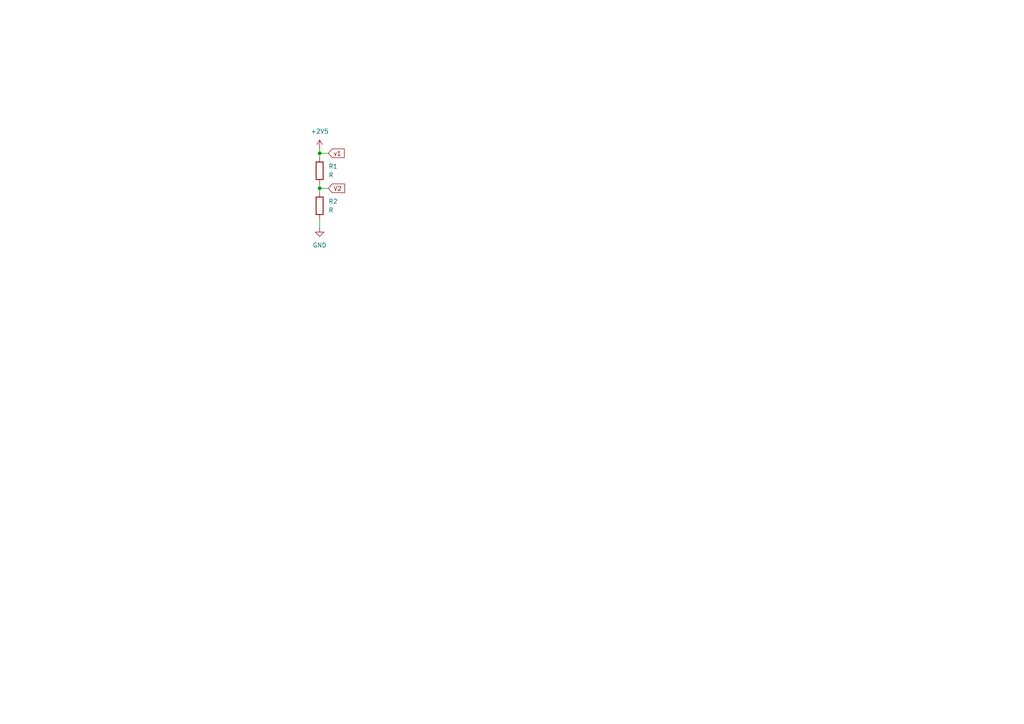
<source format=kicad_sch>
(kicad_sch (version 20230121) (generator eeschema)
  (paper "A4")
  (lib_symbols
    (symbol "Device:R" (pin_numbers hide) (pin_names (offset 0))
      (property "Reference" "R" (at 2.032 0 90))
      (property "Value" "R" (at 0 0 90))
      (symbol "R_0_1"
        (rectangle (start -1.016 -2.54) (end 1.016 2.54) (stroke (width 0.254)))
      )
      (symbol "R_1_1"
        (pin passive line (at 0 3.81 270) (length 1.27) (name "~") (number "1"))
        (pin passive line (at 0 -3.81 90) (length 1.27) (name "~") (number "2"))
      )
    )
    (symbol "power:+2V5" (power) (pin_names (offset 0))
      (property "Value" "+2V5" (at 0 3.556 0))
      (symbol "+2V5_0_1"
        (polyline (pts (xy -0.762 1.27) (xy 0 2.54)))
        (polyline (pts (xy 0 0) (xy 0 2.54)))
        (polyline (pts (xy 0 2.54) (xy 0.762 1.27)))
      )
      (symbol "+2V5_1_1"
        (pin power_in line (at 0 0 90) (length 0) hide (name "+2V5") (number "1"))
      )
    )
    (symbol "power:GND" (power) (pin_names (offset 0))
      (property "Value" "GND" (at 0 -3.81 0))
      (symbol "GND_0_1"
        (polyline (pts (xy 0 0) (xy 0 -1.27) (xy 1.27 -1.27) (xy 0 -2.54) (xy -1.27 -1.27) (xy 0 -1.27)))
      )
      (symbol "GND_1_1"
        (pin power_in line (at 0 0 270) (length 0) hide (name "GND") (number "1"))
      )
    )
  )
  (junction (at 92.71 54.61))
  (junction (at 92.71 44.45))
  (wire (pts (xy 92.71 53.34) (xy 92.71 54.61)))
  (wire (pts (xy 92.71 54.61) (xy 95.25 54.61)))
  (wire (pts (xy 92.71 44.45) (xy 95.25 44.45)))
  (wire (pts (xy 92.71 54.61) (xy 92.71 55.88)))
  (wire (pts (xy 92.71 63.5) (xy 92.71 66.04)))
  (wire (pts (xy 92.71 43.18) (xy 92.71 44.45)))
  (wire (pts (xy 92.71 44.45) (xy 92.71 45.72)))
  (global_label "V2" (shape input) (at 95.25 54.61 0) (property "Intersheetrefs" "${INTERSHEET_REFS}" (effects hide)))
  (global_label "v1" (shape input) (at 95.25 44.45 0) (property "Intersheetrefs" "${INTERSHEET_REFS}" (effects hide)))
  (symbol (lib_id "Device:R") (at 92.71 59.69 0) (unit 1)
    (property "Reference" "R2" (at 95.25 58.42 0) (effects (justify left)))
    (property "Value" "R" (at 95.25 60.96 0) (effects (justify left)))
  )
  (symbol (lib_id "power:+2V5") (at 92.71 43.18 0) (unit 1)
    (property "Reference" "#PWR01" (effects hide))
    (property "Value" "+2V5" (at 92.71 38.1 0))
  )
  (symbol (lib_id "power:GND") (at 92.71 66.04 0) (unit 1)
    (property "Reference" "#PWR02" (effects hide))
    (property "Value" "GND" (at 92.71 71.12 0))
  )
  (symbol (lib_id "Device:R") (at 92.71 49.53 0) (unit 1)
    (property "Reference" "R1" (at 95.25 48.26 0) (effects (justify left)))
    (property "Value" "R" (at 95.25 50.8 0) (effects (justify left)))
  )
)
</source>
